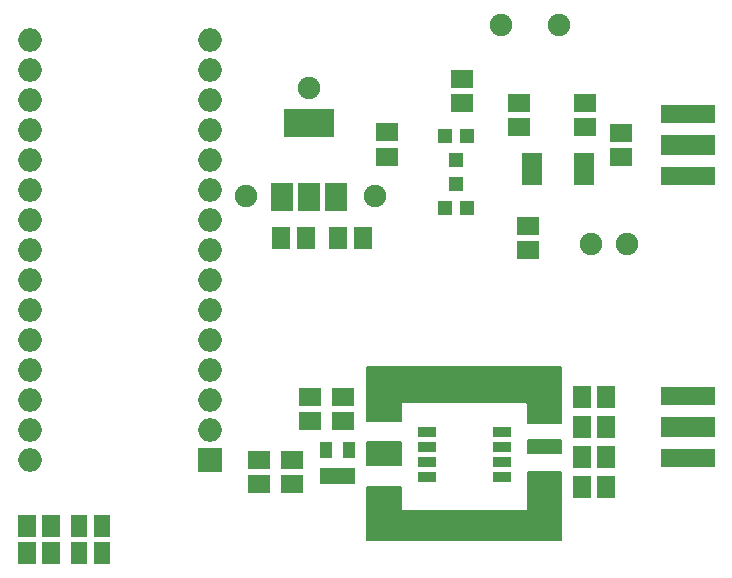
<source format=gbr>
G04 #@! TF.GenerationSoftware,KiCad,Pcbnew,6.0.0-rc1-unknown-0cca1c6~65~ubuntu16.04.1*
G04 #@! TF.CreationDate,2018-08-03T10:45:00+02:00*
G04 #@! TF.ProjectId,ArduinoSpecAn,41726475696E6F53706563416E2E6B69,1.0*
G04 #@! TF.SameCoordinates,Original*
G04 #@! TF.FileFunction,Soldermask,Top*
G04 #@! TF.FilePolarity,Negative*
%FSLAX46Y46*%
G04 Gerber Fmt 4.6, Leading zero omitted, Abs format (unit mm)*
G04 Created by KiCad (PCBNEW 6.0.0-rc1-unknown-0cca1c6~65~ubuntu16.04.1) date Fri Aug  3 10:45:00 2018*
%MOMM*%
%LPD*%
G01*
G04 APERTURE LIST*
%ADD10R,2.000000X2.000000*%
%ADD11O,2.000000X2.000000*%
%ADD12R,4.600000X1.800000*%
%ADD13R,4.600000X1.600000*%
%ADD14R,1.543000X0.908000*%
%ADD15R,1.050000X1.460000*%
%ADD16R,1.900000X1.545000*%
%ADD17R,1.545000X1.900000*%
%ADD18R,4.200000X2.400000*%
%ADD19R,1.900000X2.400000*%
%ADD20C,1.900000*%
%ADD21R,1.200000X1.300000*%
%ADD22R,1.800000X0.700000*%
%ADD23R,1.370000X1.900000*%
%ADD24C,0.203200*%
G04 APERTURE END LIST*
D10*
G04 #@! TO.C,A1*
X125222000Y-125984000D03*
D11*
X109982000Y-92964000D03*
X125222000Y-123444000D03*
X109982000Y-95504000D03*
X125222000Y-120904000D03*
X109982000Y-98044000D03*
X125222000Y-118364000D03*
X109982000Y-100584000D03*
X125222000Y-115824000D03*
X109982000Y-103124000D03*
X125222000Y-113284000D03*
X109982000Y-105664000D03*
X125222000Y-110744000D03*
X109982000Y-108204000D03*
X125222000Y-108204000D03*
X109982000Y-110744000D03*
X125222000Y-105664000D03*
X109982000Y-113284000D03*
X125222000Y-103124000D03*
X109982000Y-115824000D03*
X125222000Y-100584000D03*
X109982000Y-118364000D03*
X125222000Y-98044000D03*
X109982000Y-120904000D03*
X125222000Y-95504000D03*
X109982000Y-123444000D03*
X125222000Y-92964000D03*
X109982000Y-125984000D03*
X125222000Y-90424000D03*
X109982000Y-90424000D03*
G04 #@! TD*
D12*
G04 #@! TO.C,J1*
X165676000Y-123190000D03*
D13*
X165676000Y-125820000D03*
X165676000Y-120560000D03*
G04 #@! TD*
D12*
G04 #@! TO.C,J2*
X165676000Y-99314000D03*
D13*
X165676000Y-101944000D03*
X165676000Y-96684000D03*
G04 #@! TD*
D14*
G04 #@! TO.C,U1*
X149987000Y-123571000D03*
X149987000Y-124841000D03*
X149987000Y-126111000D03*
X149987000Y-127381000D03*
X143637000Y-127381000D03*
X143637000Y-126111000D03*
X143637000Y-124841000D03*
X143637000Y-123571000D03*
G04 #@! TD*
D15*
G04 #@! TO.C,U3*
X135067000Y-127338000D03*
X136017000Y-127338000D03*
X136967000Y-127338000D03*
X136967000Y-125138000D03*
X135067000Y-125138000D03*
G04 #@! TD*
D16*
G04 #@! TO.C,C2*
X136525000Y-120623500D03*
X136525000Y-122708500D03*
G04 #@! TD*
D17*
G04 #@! TO.C,C4*
X156691500Y-123190000D03*
X158776500Y-123190000D03*
G04 #@! TD*
G04 #@! TO.C,C5*
X156691500Y-128270000D03*
X158776500Y-128270000D03*
G04 #@! TD*
G04 #@! TO.C,R2*
X156691500Y-120650000D03*
X158776500Y-120650000D03*
G04 #@! TD*
G04 #@! TO.C,R3*
X158776500Y-125730000D03*
X156691500Y-125730000D03*
G04 #@! TD*
D16*
G04 #@! TO.C,R11*
X129413000Y-125957500D03*
X129413000Y-128042500D03*
G04 #@! TD*
G04 #@! TO.C,R12*
X132207000Y-125957500D03*
X132207000Y-128042500D03*
G04 #@! TD*
G04 #@! TO.C,C15*
X133731000Y-122708500D03*
X133731000Y-120623500D03*
G04 #@! TD*
G04 #@! TO.C,C6*
X159993500Y-100356500D03*
X159993500Y-98271500D03*
G04 #@! TD*
G04 #@! TO.C,C7*
X151357500Y-95731500D03*
X151357500Y-97816500D03*
G04 #@! TD*
D17*
G04 #@! TO.C,C1*
X138176000Y-107188000D03*
X136091000Y-107188000D03*
G04 #@! TD*
G04 #@! TO.C,C3*
X131265000Y-107188000D03*
X133350000Y-107188000D03*
G04 #@! TD*
D18*
G04 #@! TO.C,U2*
X133604000Y-97434000D03*
D19*
X133604000Y-103734000D03*
X135904000Y-103734000D03*
X131304000Y-103734000D03*
G04 #@! TD*
D20*
G04 #@! TO.C,Y1*
X149860000Y-89154000D03*
X154740000Y-89154000D03*
G04 #@! TD*
G04 #@! TO.C,TP1*
X139192000Y-103632000D03*
G04 #@! TD*
G04 #@! TO.C,TP2*
X133604000Y-94488000D03*
G04 #@! TD*
G04 #@! TO.C,TP3*
X160528000Y-107696000D03*
G04 #@! TD*
G04 #@! TO.C,TP4*
X128270000Y-103632000D03*
G04 #@! TD*
G04 #@! TO.C,TP5*
X157480000Y-107696000D03*
G04 #@! TD*
D21*
G04 #@! TO.C,Q1*
X147000000Y-98568000D03*
X145100000Y-98568000D03*
X146050000Y-100568000D03*
G04 #@! TD*
G04 #@! TO.C,Q6*
X146050000Y-102632000D03*
X147000000Y-104632000D03*
X145100000Y-104632000D03*
G04 #@! TD*
D16*
G04 #@! TO.C,R1*
X140208000Y-100330000D03*
X140208000Y-98245000D03*
G04 #@! TD*
G04 #@! TO.C,R4*
X152119500Y-106145500D03*
X152119500Y-108230500D03*
G04 #@! TD*
G04 #@! TO.C,R5*
X146558000Y-95784500D03*
X146558000Y-93699500D03*
G04 #@! TD*
G04 #@! TO.C,R6*
X156972000Y-95731500D03*
X156972000Y-97816500D03*
G04 #@! TD*
D22*
G04 #@! TO.C,U4*
X152486000Y-100346000D03*
X152486000Y-100846000D03*
X152486000Y-101346000D03*
X152486000Y-101846000D03*
X152486000Y-102346000D03*
X156886000Y-102346000D03*
X156886000Y-101846000D03*
X156886000Y-101346000D03*
X156886000Y-100846000D03*
X156886000Y-100346000D03*
G04 #@! TD*
D23*
G04 #@! TO.C,D1*
X114168000Y-133858000D03*
X116078000Y-133858000D03*
G04 #@! TD*
G04 #@! TO.C,D2*
X116078000Y-131572000D03*
X114168000Y-131572000D03*
G04 #@! TD*
D17*
G04 #@! TO.C,R7*
X111786500Y-133858000D03*
X109701500Y-133858000D03*
G04 #@! TD*
G04 #@! TO.C,R8*
X109701500Y-131572000D03*
X111786500Y-131572000D03*
G04 #@! TD*
D24*
G36*
X154965400Y-122834400D02*
X152120600Y-122834400D01*
X152120600Y-121158000D01*
X152112866Y-121119119D01*
X152090842Y-121086158D01*
X152057881Y-121064134D01*
X152019000Y-121056400D01*
X141478000Y-121056400D01*
X141439119Y-121064134D01*
X141406158Y-121086158D01*
X141384134Y-121119119D01*
X141376400Y-121158000D01*
X141376400Y-122707400D01*
X138531600Y-122707400D01*
X138531600Y-118084600D01*
X154965400Y-118084600D01*
X154965400Y-122834400D01*
X154965400Y-122834400D01*
G37*
X154965400Y-122834400D02*
X152120600Y-122834400D01*
X152120600Y-121158000D01*
X152112866Y-121119119D01*
X152090842Y-121086158D01*
X152057881Y-121064134D01*
X152019000Y-121056400D01*
X141478000Y-121056400D01*
X141439119Y-121064134D01*
X141406158Y-121086158D01*
X141384134Y-121119119D01*
X141376400Y-121158000D01*
X141376400Y-122707400D01*
X138531600Y-122707400D01*
X138531600Y-118084600D01*
X154965400Y-118084600D01*
X154965400Y-122834400D01*
G36*
X141376400Y-126390400D02*
X138531600Y-126390400D01*
X138531600Y-124434600D01*
X141376400Y-124434600D01*
X141376400Y-126390400D01*
X141376400Y-126390400D01*
G37*
X141376400Y-126390400D02*
X138531600Y-126390400D01*
X138531600Y-124434600D01*
X141376400Y-124434600D01*
X141376400Y-126390400D01*
G36*
X154965400Y-132740400D02*
X138531600Y-132740400D01*
X138531600Y-128244600D01*
X141376400Y-128244600D01*
X141376400Y-130175000D01*
X141384134Y-130213881D01*
X141406158Y-130246842D01*
X141439119Y-130268866D01*
X141478000Y-130276600D01*
X152019000Y-130276600D01*
X152057881Y-130268866D01*
X152090842Y-130246842D01*
X152112866Y-130213881D01*
X152120600Y-130175000D01*
X152120600Y-126974600D01*
X154965400Y-126974600D01*
X154965400Y-132740400D01*
X154965400Y-132740400D01*
G37*
X154965400Y-132740400D02*
X138531600Y-132740400D01*
X138531600Y-128244600D01*
X141376400Y-128244600D01*
X141376400Y-130175000D01*
X141384134Y-130213881D01*
X141406158Y-130246842D01*
X141439119Y-130268866D01*
X141478000Y-130276600D01*
X152019000Y-130276600D01*
X152057881Y-130268866D01*
X152090842Y-130246842D01*
X152112866Y-130213881D01*
X152120600Y-130175000D01*
X152120600Y-126974600D01*
X154965400Y-126974600D01*
X154965400Y-132740400D01*
G36*
X154965400Y-125374400D02*
X152120600Y-125374400D01*
X152120600Y-124307600D01*
X154965400Y-124307600D01*
X154965400Y-125374400D01*
X154965400Y-125374400D01*
G37*
X154965400Y-125374400D02*
X152120600Y-125374400D01*
X152120600Y-124307600D01*
X154965400Y-124307600D01*
X154965400Y-125374400D01*
M02*

</source>
